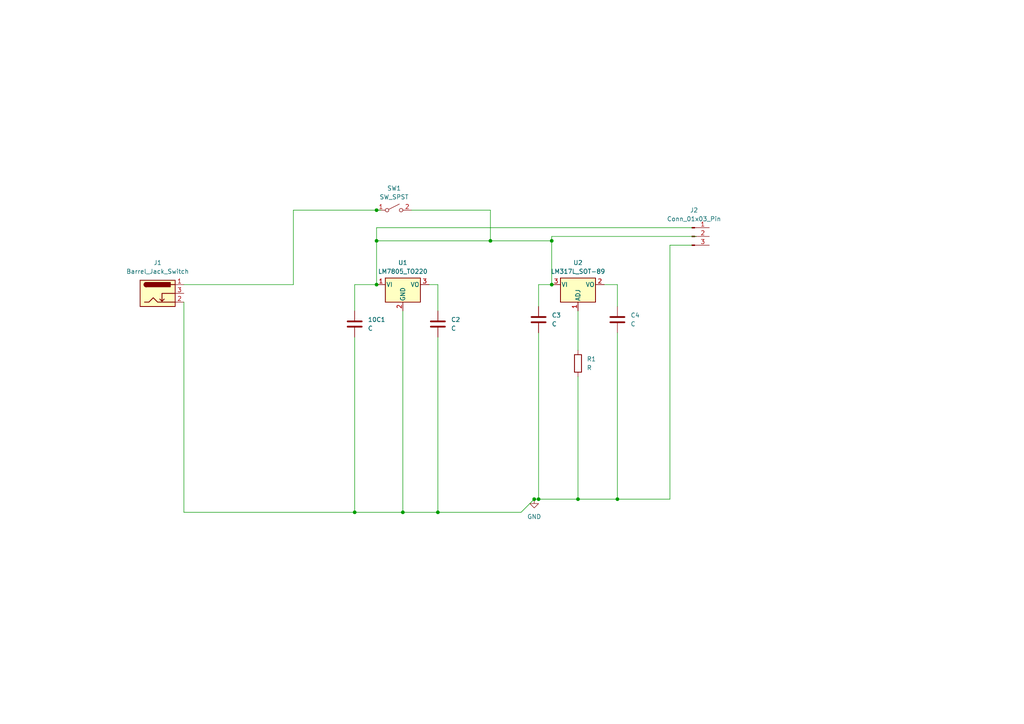
<source format=kicad_sch>
(kicad_sch
	(version 20231120)
	(generator "eeschema")
	(generator_version "8.0")
	(uuid "fe1c18dd-cc2f-4199-b104-3868a5a77902")
	(paper "A4")
	(lib_symbols
		(symbol "Connector:Barrel_Jack_Switch"
			(pin_names hide)
			(exclude_from_sim no)
			(in_bom yes)
			(on_board yes)
			(property "Reference" "J"
				(at 0 5.334 0)
				(effects
					(font
						(size 1.27 1.27)
					)
				)
			)
			(property "Value" "Barrel_Jack_Switch"
				(at 0 -5.08 0)
				(effects
					(font
						(size 1.27 1.27)
					)
				)
			)
			(property "Footprint" ""
				(at 1.27 -1.016 0)
				(effects
					(font
						(size 1.27 1.27)
					)
					(hide yes)
				)
			)
			(property "Datasheet" "~"
				(at 1.27 -1.016 0)
				(effects
					(font
						(size 1.27 1.27)
					)
					(hide yes)
				)
			)
			(property "Description" "DC Barrel Jack with an internal switch"
				(at 0 0 0)
				(effects
					(font
						(size 1.27 1.27)
					)
					(hide yes)
				)
			)
			(property "ki_keywords" "DC power barrel jack connector"
				(at 0 0 0)
				(effects
					(font
						(size 1.27 1.27)
					)
					(hide yes)
				)
			)
			(property "ki_fp_filters" "BarrelJack*"
				(at 0 0 0)
				(effects
					(font
						(size 1.27 1.27)
					)
					(hide yes)
				)
			)
			(symbol "Barrel_Jack_Switch_0_1"
				(rectangle
					(start -5.08 3.81)
					(end 5.08 -3.81)
					(stroke
						(width 0.254)
						(type default)
					)
					(fill
						(type background)
					)
				)
				(arc
					(start -3.302 3.175)
					(mid -3.9343 2.54)
					(end -3.302 1.905)
					(stroke
						(width 0.254)
						(type default)
					)
					(fill
						(type none)
					)
				)
				(arc
					(start -3.302 3.175)
					(mid -3.9343 2.54)
					(end -3.302 1.905)
					(stroke
						(width 0.254)
						(type default)
					)
					(fill
						(type outline)
					)
				)
				(polyline
					(pts
						(xy 1.27 -2.286) (xy 1.905 -1.651)
					)
					(stroke
						(width 0.254)
						(type default)
					)
					(fill
						(type none)
					)
				)
				(polyline
					(pts
						(xy 5.08 2.54) (xy 3.81 2.54)
					)
					(stroke
						(width 0.254)
						(type default)
					)
					(fill
						(type none)
					)
				)
				(polyline
					(pts
						(xy 5.08 0) (xy 1.27 0) (xy 1.27 -2.286) (xy 0.635 -1.651)
					)
					(stroke
						(width 0.254)
						(type default)
					)
					(fill
						(type none)
					)
				)
				(polyline
					(pts
						(xy -3.81 -2.54) (xy -2.54 -2.54) (xy -1.27 -1.27) (xy 0 -2.54) (xy 2.54 -2.54) (xy 5.08 -2.54)
					)
					(stroke
						(width 0.254)
						(type default)
					)
					(fill
						(type none)
					)
				)
				(rectangle
					(start 3.683 3.175)
					(end -3.302 1.905)
					(stroke
						(width 0.254)
						(type default)
					)
					(fill
						(type outline)
					)
				)
			)
			(symbol "Barrel_Jack_Switch_1_1"
				(pin passive line
					(at 7.62 2.54 180)
					(length 2.54)
					(name "~"
						(effects
							(font
								(size 1.27 1.27)
							)
						)
					)
					(number "1"
						(effects
							(font
								(size 1.27 1.27)
							)
						)
					)
				)
				(pin passive line
					(at 7.62 -2.54 180)
					(length 2.54)
					(name "~"
						(effects
							(font
								(size 1.27 1.27)
							)
						)
					)
					(number "2"
						(effects
							(font
								(size 1.27 1.27)
							)
						)
					)
				)
				(pin passive line
					(at 7.62 0 180)
					(length 2.54)
					(name "~"
						(effects
							(font
								(size 1.27 1.27)
							)
						)
					)
					(number "3"
						(effects
							(font
								(size 1.27 1.27)
							)
						)
					)
				)
			)
		)
		(symbol "Connector:Conn_01x03_Pin"
			(pin_names
				(offset 1.016) hide)
			(exclude_from_sim no)
			(in_bom yes)
			(on_board yes)
			(property "Reference" "J"
				(at 0 5.08 0)
				(effects
					(font
						(size 1.27 1.27)
					)
				)
			)
			(property "Value" "Conn_01x03_Pin"
				(at 0 -5.08 0)
				(effects
					(font
						(size 1.27 1.27)
					)
				)
			)
			(property "Footprint" ""
				(at 0 0 0)
				(effects
					(font
						(size 1.27 1.27)
					)
					(hide yes)
				)
			)
			(property "Datasheet" "~"
				(at 0 0 0)
				(effects
					(font
						(size 1.27 1.27)
					)
					(hide yes)
				)
			)
			(property "Description" "Generic connector, single row, 01x03, script generated"
				(at 0 0 0)
				(effects
					(font
						(size 1.27 1.27)
					)
					(hide yes)
				)
			)
			(property "ki_locked" ""
				(at 0 0 0)
				(effects
					(font
						(size 1.27 1.27)
					)
				)
			)
			(property "ki_keywords" "connector"
				(at 0 0 0)
				(effects
					(font
						(size 1.27 1.27)
					)
					(hide yes)
				)
			)
			(property "ki_fp_filters" "Connector*:*_1x??_*"
				(at 0 0 0)
				(effects
					(font
						(size 1.27 1.27)
					)
					(hide yes)
				)
			)
			(symbol "Conn_01x03_Pin_1_1"
				(polyline
					(pts
						(xy 1.27 -2.54) (xy 0.8636 -2.54)
					)
					(stroke
						(width 0.1524)
						(type default)
					)
					(fill
						(type none)
					)
				)
				(polyline
					(pts
						(xy 1.27 0) (xy 0.8636 0)
					)
					(stroke
						(width 0.1524)
						(type default)
					)
					(fill
						(type none)
					)
				)
				(polyline
					(pts
						(xy 1.27 2.54) (xy 0.8636 2.54)
					)
					(stroke
						(width 0.1524)
						(type default)
					)
					(fill
						(type none)
					)
				)
				(rectangle
					(start 0.8636 -2.413)
					(end 0 -2.667)
					(stroke
						(width 0.1524)
						(type default)
					)
					(fill
						(type outline)
					)
				)
				(rectangle
					(start 0.8636 0.127)
					(end 0 -0.127)
					(stroke
						(width 0.1524)
						(type default)
					)
					(fill
						(type outline)
					)
				)
				(rectangle
					(start 0.8636 2.667)
					(end 0 2.413)
					(stroke
						(width 0.1524)
						(type default)
					)
					(fill
						(type outline)
					)
				)
				(pin passive line
					(at 5.08 2.54 180)
					(length 3.81)
					(name "Pin_1"
						(effects
							(font
								(size 1.27 1.27)
							)
						)
					)
					(number "1"
						(effects
							(font
								(size 1.27 1.27)
							)
						)
					)
				)
				(pin passive line
					(at 5.08 0 180)
					(length 3.81)
					(name "Pin_2"
						(effects
							(font
								(size 1.27 1.27)
							)
						)
					)
					(number "2"
						(effects
							(font
								(size 1.27 1.27)
							)
						)
					)
				)
				(pin passive line
					(at 5.08 -2.54 180)
					(length 3.81)
					(name "Pin_3"
						(effects
							(font
								(size 1.27 1.27)
							)
						)
					)
					(number "3"
						(effects
							(font
								(size 1.27 1.27)
							)
						)
					)
				)
			)
		)
		(symbol "Device:C"
			(pin_numbers hide)
			(pin_names
				(offset 0.254)
			)
			(exclude_from_sim no)
			(in_bom yes)
			(on_board yes)
			(property "Reference" "C"
				(at 0.635 2.54 0)
				(effects
					(font
						(size 1.27 1.27)
					)
					(justify left)
				)
			)
			(property "Value" "C"
				(at 0.635 -2.54 0)
				(effects
					(font
						(size 1.27 1.27)
					)
					(justify left)
				)
			)
			(property "Footprint" ""
				(at 0.9652 -3.81 0)
				(effects
					(font
						(size 1.27 1.27)
					)
					(hide yes)
				)
			)
			(property "Datasheet" "~"
				(at 0 0 0)
				(effects
					(font
						(size 1.27 1.27)
					)
					(hide yes)
				)
			)
			(property "Description" "Unpolarized capacitor"
				(at 0 0 0)
				(effects
					(font
						(size 1.27 1.27)
					)
					(hide yes)
				)
			)
			(property "ki_keywords" "cap capacitor"
				(at 0 0 0)
				(effects
					(font
						(size 1.27 1.27)
					)
					(hide yes)
				)
			)
			(property "ki_fp_filters" "C_*"
				(at 0 0 0)
				(effects
					(font
						(size 1.27 1.27)
					)
					(hide yes)
				)
			)
			(symbol "C_0_1"
				(polyline
					(pts
						(xy -2.032 -0.762) (xy 2.032 -0.762)
					)
					(stroke
						(width 0.508)
						(type default)
					)
					(fill
						(type none)
					)
				)
				(polyline
					(pts
						(xy -2.032 0.762) (xy 2.032 0.762)
					)
					(stroke
						(width 0.508)
						(type default)
					)
					(fill
						(type none)
					)
				)
			)
			(symbol "C_1_1"
				(pin passive line
					(at 0 3.81 270)
					(length 2.794)
					(name "~"
						(effects
							(font
								(size 1.27 1.27)
							)
						)
					)
					(number "1"
						(effects
							(font
								(size 1.27 1.27)
							)
						)
					)
				)
				(pin passive line
					(at 0 -3.81 90)
					(length 2.794)
					(name "~"
						(effects
							(font
								(size 1.27 1.27)
							)
						)
					)
					(number "2"
						(effects
							(font
								(size 1.27 1.27)
							)
						)
					)
				)
			)
		)
		(symbol "Device:R"
			(pin_numbers hide)
			(pin_names
				(offset 0)
			)
			(exclude_from_sim no)
			(in_bom yes)
			(on_board yes)
			(property "Reference" "R"
				(at 2.032 0 90)
				(effects
					(font
						(size 1.27 1.27)
					)
				)
			)
			(property "Value" "R"
				(at 0 0 90)
				(effects
					(font
						(size 1.27 1.27)
					)
				)
			)
			(property "Footprint" ""
				(at -1.778 0 90)
				(effects
					(font
						(size 1.27 1.27)
					)
					(hide yes)
				)
			)
			(property "Datasheet" "~"
				(at 0 0 0)
				(effects
					(font
						(size 1.27 1.27)
					)
					(hide yes)
				)
			)
			(property "Description" "Resistor"
				(at 0 0 0)
				(effects
					(font
						(size 1.27 1.27)
					)
					(hide yes)
				)
			)
			(property "ki_keywords" "R res resistor"
				(at 0 0 0)
				(effects
					(font
						(size 1.27 1.27)
					)
					(hide yes)
				)
			)
			(property "ki_fp_filters" "R_*"
				(at 0 0 0)
				(effects
					(font
						(size 1.27 1.27)
					)
					(hide yes)
				)
			)
			(symbol "R_0_1"
				(rectangle
					(start -1.016 -2.54)
					(end 1.016 2.54)
					(stroke
						(width 0.254)
						(type default)
					)
					(fill
						(type none)
					)
				)
			)
			(symbol "R_1_1"
				(pin passive line
					(at 0 3.81 270)
					(length 1.27)
					(name "~"
						(effects
							(font
								(size 1.27 1.27)
							)
						)
					)
					(number "1"
						(effects
							(font
								(size 1.27 1.27)
							)
						)
					)
				)
				(pin passive line
					(at 0 -3.81 90)
					(length 1.27)
					(name "~"
						(effects
							(font
								(size 1.27 1.27)
							)
						)
					)
					(number "2"
						(effects
							(font
								(size 1.27 1.27)
							)
						)
					)
				)
			)
		)
		(symbol "Regulator_Linear:LM317L_SOT-89"
			(pin_names
				(offset 0.254)
			)
			(exclude_from_sim no)
			(in_bom yes)
			(on_board yes)
			(property "Reference" "U"
				(at -3.81 3.175 0)
				(effects
					(font
						(size 1.27 1.27)
					)
				)
			)
			(property "Value" "LM317L_SOT-89"
				(at 0 3.175 0)
				(effects
					(font
						(size 1.27 1.27)
					)
					(justify left)
				)
			)
			(property "Footprint" "Package_TO_SOT_SMD:SOT-89-3"
				(at 0 6.35 0)
				(effects
					(font
						(size 1.27 1.27)
						(italic yes)
					)
					(hide yes)
				)
			)
			(property "Datasheet" "http://www.ti.com/lit/ds/symlink/lm317l.pdf"
				(at 0 0 0)
				(effects
					(font
						(size 1.27 1.27)
					)
					(hide yes)
				)
			)
			(property "Description" "100mA 35V Adjustable Linear Regulator, SOT-89"
				(at 0 0 0)
				(effects
					(font
						(size 1.27 1.27)
					)
					(hide yes)
				)
			)
			(property "ki_keywords" "Adjustable Voltage Regulator 1A Positive"
				(at 0 0 0)
				(effects
					(font
						(size 1.27 1.27)
					)
					(hide yes)
				)
			)
			(property "ki_fp_filters" "SOT?89*"
				(at 0 0 0)
				(effects
					(font
						(size 1.27 1.27)
					)
					(hide yes)
				)
			)
			(symbol "LM317L_SOT-89_0_1"
				(rectangle
					(start -5.08 1.905)
					(end 5.08 -5.08)
					(stroke
						(width 0.254)
						(type default)
					)
					(fill
						(type background)
					)
				)
			)
			(symbol "LM317L_SOT-89_1_1"
				(pin input line
					(at 0 -7.62 90)
					(length 2.54)
					(name "ADJ"
						(effects
							(font
								(size 1.27 1.27)
							)
						)
					)
					(number "1"
						(effects
							(font
								(size 1.27 1.27)
							)
						)
					)
				)
				(pin power_out line
					(at 7.62 0 180)
					(length 2.54)
					(name "VO"
						(effects
							(font
								(size 1.27 1.27)
							)
						)
					)
					(number "2"
						(effects
							(font
								(size 1.27 1.27)
							)
						)
					)
				)
				(pin power_in line
					(at -7.62 0 0)
					(length 2.54)
					(name "VI"
						(effects
							(font
								(size 1.27 1.27)
							)
						)
					)
					(number "3"
						(effects
							(font
								(size 1.27 1.27)
							)
						)
					)
				)
			)
		)
		(symbol "Regulator_Linear:LM7805_TO220"
			(pin_names
				(offset 0.254)
			)
			(exclude_from_sim no)
			(in_bom yes)
			(on_board yes)
			(property "Reference" "U"
				(at -3.81 3.175 0)
				(effects
					(font
						(size 1.27 1.27)
					)
				)
			)
			(property "Value" "LM7805_TO220"
				(at 0 3.175 0)
				(effects
					(font
						(size 1.27 1.27)
					)
					(justify left)
				)
			)
			(property "Footprint" "Package_TO_SOT_THT:TO-220-3_Vertical"
				(at 0 5.715 0)
				(effects
					(font
						(size 1.27 1.27)
						(italic yes)
					)
					(hide yes)
				)
			)
			(property "Datasheet" "https://www.onsemi.cn/PowerSolutions/document/MC7800-D.PDF"
				(at 0 -1.27 0)
				(effects
					(font
						(size 1.27 1.27)
					)
					(hide yes)
				)
			)
			(property "Description" "Positive 1A 35V Linear Regulator, Fixed Output 5V, TO-220"
				(at 0 0 0)
				(effects
					(font
						(size 1.27 1.27)
					)
					(hide yes)
				)
			)
			(property "ki_keywords" "Voltage Regulator 1A Positive"
				(at 0 0 0)
				(effects
					(font
						(size 1.27 1.27)
					)
					(hide yes)
				)
			)
			(property "ki_fp_filters" "TO?220*"
				(at 0 0 0)
				(effects
					(font
						(size 1.27 1.27)
					)
					(hide yes)
				)
			)
			(symbol "LM7805_TO220_0_1"
				(rectangle
					(start -5.08 1.905)
					(end 5.08 -5.08)
					(stroke
						(width 0.254)
						(type default)
					)
					(fill
						(type background)
					)
				)
			)
			(symbol "LM7805_TO220_1_1"
				(pin power_in line
					(at -7.62 0 0)
					(length 2.54)
					(name "VI"
						(effects
							(font
								(size 1.27 1.27)
							)
						)
					)
					(number "1"
						(effects
							(font
								(size 1.27 1.27)
							)
						)
					)
				)
				(pin power_in line
					(at 0 -7.62 90)
					(length 2.54)
					(name "GND"
						(effects
							(font
								(size 1.27 1.27)
							)
						)
					)
					(number "2"
						(effects
							(font
								(size 1.27 1.27)
							)
						)
					)
				)
				(pin power_out line
					(at 7.62 0 180)
					(length 2.54)
					(name "VO"
						(effects
							(font
								(size 1.27 1.27)
							)
						)
					)
					(number "3"
						(effects
							(font
								(size 1.27 1.27)
							)
						)
					)
				)
			)
		)
		(symbol "Switch:SW_SPST"
			(pin_names
				(offset 0) hide)
			(exclude_from_sim no)
			(in_bom yes)
			(on_board yes)
			(property "Reference" "SW"
				(at 0 3.175 0)
				(effects
					(font
						(size 1.27 1.27)
					)
				)
			)
			(property "Value" "SW_SPST"
				(at 0 -2.54 0)
				(effects
					(font
						(size 1.27 1.27)
					)
				)
			)
			(property "Footprint" ""
				(at 0 0 0)
				(effects
					(font
						(size 1.27 1.27)
					)
					(hide yes)
				)
			)
			(property "Datasheet" "~"
				(at 0 0 0)
				(effects
					(font
						(size 1.27 1.27)
					)
					(hide yes)
				)
			)
			(property "Description" "Single Pole Single Throw (SPST) switch"
				(at 0 0 0)
				(effects
					(font
						(size 1.27 1.27)
					)
					(hide yes)
				)
			)
			(property "ki_keywords" "switch lever"
				(at 0 0 0)
				(effects
					(font
						(size 1.27 1.27)
					)
					(hide yes)
				)
			)
			(symbol "SW_SPST_0_0"
				(circle
					(center -2.032 0)
					(radius 0.508)
					(stroke
						(width 0)
						(type default)
					)
					(fill
						(type none)
					)
				)
				(polyline
					(pts
						(xy -1.524 0.254) (xy 1.524 1.778)
					)
					(stroke
						(width 0)
						(type default)
					)
					(fill
						(type none)
					)
				)
				(circle
					(center 2.032 0)
					(radius 0.508)
					(stroke
						(width 0)
						(type default)
					)
					(fill
						(type none)
					)
				)
			)
			(symbol "SW_SPST_1_1"
				(pin passive line
					(at -5.08 0 0)
					(length 2.54)
					(name "A"
						(effects
							(font
								(size 1.27 1.27)
							)
						)
					)
					(number "1"
						(effects
							(font
								(size 1.27 1.27)
							)
						)
					)
				)
				(pin passive line
					(at 5.08 0 180)
					(length 2.54)
					(name "B"
						(effects
							(font
								(size 1.27 1.27)
							)
						)
					)
					(number "2"
						(effects
							(font
								(size 1.27 1.27)
							)
						)
					)
				)
			)
		)
		(symbol "power:GND"
			(power)
			(pin_numbers hide)
			(pin_names
				(offset 0) hide)
			(exclude_from_sim no)
			(in_bom yes)
			(on_board yes)
			(property "Reference" "#PWR"
				(at 0 -6.35 0)
				(effects
					(font
						(size 1.27 1.27)
					)
					(hide yes)
				)
			)
			(property "Value" "GND"
				(at 0 -3.81 0)
				(effects
					(font
						(size 1.27 1.27)
					)
				)
			)
			(property "Footprint" ""
				(at 0 0 0)
				(effects
					(font
						(size 1.27 1.27)
					)
					(hide yes)
				)
			)
			(property "Datasheet" ""
				(at 0 0 0)
				(effects
					(font
						(size 1.27 1.27)
					)
					(hide yes)
				)
			)
			(property "Description" "Power symbol creates a global label with name \"GND\" , ground"
				(at 0 0 0)
				(effects
					(font
						(size 1.27 1.27)
					)
					(hide yes)
				)
			)
			(property "ki_keywords" "global power"
				(at 0 0 0)
				(effects
					(font
						(size 1.27 1.27)
					)
					(hide yes)
				)
			)
			(symbol "GND_0_1"
				(polyline
					(pts
						(xy 0 0) (xy 0 -1.27) (xy 1.27 -1.27) (xy 0 -2.54) (xy -1.27 -1.27) (xy 0 -1.27)
					)
					(stroke
						(width 0)
						(type default)
					)
					(fill
						(type none)
					)
				)
			)
			(symbol "GND_1_1"
				(pin power_in line
					(at 0 0 270)
					(length 0)
					(name "~"
						(effects
							(font
								(size 1.27 1.27)
							)
						)
					)
					(number "1"
						(effects
							(font
								(size 1.27 1.27)
							)
						)
					)
				)
			)
		)
	)
	(junction
		(at 116.84 148.59)
		(diameter 0)
		(color 0 0 0 0)
		(uuid "15442b51-49bc-44be-ab8b-df428e0fdd85")
	)
	(junction
		(at 156.21 144.78)
		(diameter 0)
		(color 0 0 0 0)
		(uuid "168b7903-9f84-4e05-bc1b-ec8e294a4874")
	)
	(junction
		(at 102.87 148.59)
		(diameter 0)
		(color 0 0 0 0)
		(uuid "1b59bd2f-4dae-4377-ac01-6e50c302a0d3")
	)
	(junction
		(at 160.02 69.85)
		(diameter 0)
		(color 0 0 0 0)
		(uuid "2d30a0cd-ac54-4df1-9d3f-d3c3f1f20449")
	)
	(junction
		(at 142.24 69.85)
		(diameter 0)
		(color 0 0 0 0)
		(uuid "456bc3eb-9b61-4b58-925b-a4571b3288ed")
	)
	(junction
		(at 154.94 144.78)
		(diameter 0)
		(color 0 0 0 0)
		(uuid "5e115a0e-279a-40d5-8a05-cf7a8999094c")
	)
	(junction
		(at 167.64 144.78)
		(diameter 0)
		(color 0 0 0 0)
		(uuid "6d6cab06-6414-43bf-85f1-6c59f854d1df")
	)
	(junction
		(at 160.02 82.55)
		(diameter 0)
		(color 0 0 0 0)
		(uuid "763d8095-3d1a-4a07-9458-5113efc906c2")
	)
	(junction
		(at 109.22 60.96)
		(diameter 0)
		(color 0 0 0 0)
		(uuid "a3d28064-271c-4ab2-b366-83678fbe47cd")
	)
	(junction
		(at 109.22 82.55)
		(diameter 0)
		(color 0 0 0 0)
		(uuid "ac3c35c7-7935-4da1-ac77-a4aaf8ae3a28")
	)
	(junction
		(at 179.07 144.78)
		(diameter 0)
		(color 0 0 0 0)
		(uuid "bf687e1f-f2c3-4adf-b335-e5923d3257ae")
	)
	(junction
		(at 109.22 69.85)
		(diameter 0)
		(color 0 0 0 0)
		(uuid "c6f85243-b1e3-4459-964c-851ec7bf9c6f")
	)
	(junction
		(at 127 148.59)
		(diameter 0)
		(color 0 0 0 0)
		(uuid "ffc73331-ad98-4c75-b411-ed15cfc7367f")
	)
	(wire
		(pts
			(xy 85.09 60.96) (xy 85.09 82.55)
		)
		(stroke
			(width 0)
			(type default)
		)
		(uuid "042f3de3-cbbe-4682-b551-ebda4817de02")
	)
	(wire
		(pts
			(xy 116.84 90.17) (xy 116.84 148.59)
		)
		(stroke
			(width 0)
			(type default)
		)
		(uuid "06989c98-59b5-462e-9f5f-7873160a1091")
	)
	(wire
		(pts
			(xy 53.34 87.63) (xy 53.34 148.59)
		)
		(stroke
			(width 0)
			(type default)
		)
		(uuid "20f2b4a4-fc81-4fcb-98d9-ced2e5f0fcc6")
	)
	(wire
		(pts
			(xy 142.24 60.96) (xy 142.24 69.85)
		)
		(stroke
			(width 0)
			(type default)
		)
		(uuid "2cd70bff-ab79-4a0f-9594-33c720515033")
	)
	(wire
		(pts
			(xy 194.31 71.12) (xy 194.31 144.78)
		)
		(stroke
			(width 0)
			(type default)
		)
		(uuid "2e30b5f6-0d3a-4c19-a762-ef59261d8a8a")
	)
	(wire
		(pts
			(xy 200.66 66.04) (xy 109.22 66.04)
		)
		(stroke
			(width 0)
			(type default)
		)
		(uuid "3ba992bd-dc3b-4230-9a11-b506116c4fbc")
	)
	(wire
		(pts
			(xy 127 148.59) (xy 151.13 148.59)
		)
		(stroke
			(width 0)
			(type default)
		)
		(uuid "3dc75882-5418-4e60-8981-146ba5bfc9aa")
	)
	(wire
		(pts
			(xy 156.21 144.78) (xy 154.94 144.78)
		)
		(stroke
			(width 0)
			(type default)
		)
		(uuid "3f5665dd-a9c2-4f69-b897-fe1369324720")
	)
	(wire
		(pts
			(xy 179.07 144.78) (xy 167.64 144.78)
		)
		(stroke
			(width 0)
			(type default)
		)
		(uuid "410daca7-60e4-48ee-9d98-d67ab13b895d")
	)
	(wire
		(pts
			(xy 102.87 97.79) (xy 102.87 148.59)
		)
		(stroke
			(width 0)
			(type default)
		)
		(uuid "54c08199-9832-4c36-b38b-8a35733f3912")
	)
	(wire
		(pts
			(xy 179.07 96.52) (xy 179.07 144.78)
		)
		(stroke
			(width 0)
			(type default)
		)
		(uuid "59e93f58-fb6e-4789-8fe8-43f9e3ed59af")
	)
	(wire
		(pts
			(xy 53.34 82.55) (xy 85.09 82.55)
		)
		(stroke
			(width 0)
			(type default)
		)
		(uuid "5c76bee6-def6-4b06-826f-a03235f661a5")
	)
	(wire
		(pts
			(xy 116.84 148.59) (xy 127 148.59)
		)
		(stroke
			(width 0)
			(type default)
		)
		(uuid "5efb42f8-c278-4d7a-bd86-2df19899d73e")
	)
	(wire
		(pts
			(xy 156.21 96.52) (xy 156.21 144.78)
		)
		(stroke
			(width 0)
			(type default)
		)
		(uuid "65c13c37-6401-4f04-8191-01ad90fd72bd")
	)
	(wire
		(pts
			(xy 160.02 68.58) (xy 160.02 69.85)
		)
		(stroke
			(width 0)
			(type default)
		)
		(uuid "69d5b5e7-9fa8-4b88-a398-8d530f9695c6")
	)
	(wire
		(pts
			(xy 151.13 148.59) (xy 154.94 144.78)
		)
		(stroke
			(width 0)
			(type default)
		)
		(uuid "7c631494-d508-413b-9006-7fc6e32a6d80")
	)
	(wire
		(pts
			(xy 156.21 82.55) (xy 156.21 88.9)
		)
		(stroke
			(width 0)
			(type default)
		)
		(uuid "8056290d-68b6-43f3-8db7-f6ba7d1b530d")
	)
	(wire
		(pts
			(xy 53.34 148.59) (xy 102.87 148.59)
		)
		(stroke
			(width 0)
			(type default)
		)
		(uuid "8dd5b453-f29d-4598-9769-d419860abf57")
	)
	(wire
		(pts
			(xy 175.26 82.55) (xy 179.07 82.55)
		)
		(stroke
			(width 0)
			(type default)
		)
		(uuid "8e92a6f4-51c0-4e8b-ab19-d6b868e66196")
	)
	(wire
		(pts
			(xy 127 82.55) (xy 127 90.17)
		)
		(stroke
			(width 0)
			(type default)
		)
		(uuid "8ef0da6f-cfcb-44c9-9fa9-1184fd5cbaee")
	)
	(wire
		(pts
			(xy 167.64 144.78) (xy 156.21 144.78)
		)
		(stroke
			(width 0)
			(type default)
		)
		(uuid "9052efa6-007e-43bf-8d3d-c558c929a713")
	)
	(wire
		(pts
			(xy 167.64 109.22) (xy 167.64 144.78)
		)
		(stroke
			(width 0)
			(type default)
		)
		(uuid "907f0355-93d8-4635-ae36-f8490d8c17bf")
	)
	(wire
		(pts
			(xy 109.22 66.04) (xy 109.22 69.85)
		)
		(stroke
			(width 0)
			(type default)
		)
		(uuid "99054d0c-c599-4c95-b86a-a9e1c9a8208a")
	)
	(wire
		(pts
			(xy 109.22 60.96) (xy 110.49 60.96)
		)
		(stroke
			(width 0)
			(type default)
		)
		(uuid "9b388495-ed0a-4ec2-a0b2-26028a737017")
	)
	(wire
		(pts
			(xy 102.87 148.59) (xy 116.84 148.59)
		)
		(stroke
			(width 0)
			(type default)
		)
		(uuid "9b4acc8e-f5fb-4483-a6d3-ffe9512d3eb6")
	)
	(wire
		(pts
			(xy 201.93 68.58) (xy 160.02 68.58)
		)
		(stroke
			(width 0)
			(type default)
		)
		(uuid "9c19291b-f43a-4e1a-8735-72a6b1259b43")
	)
	(wire
		(pts
			(xy 142.24 69.85) (xy 160.02 69.85)
		)
		(stroke
			(width 0)
			(type default)
		)
		(uuid "ae077a63-631c-43ef-9052-ec0bf120148f")
	)
	(wire
		(pts
			(xy 102.87 82.55) (xy 102.87 90.17)
		)
		(stroke
			(width 0)
			(type default)
		)
		(uuid "b104548a-e989-4459-8f91-1c7f18897229")
	)
	(wire
		(pts
			(xy 109.22 69.85) (xy 109.22 82.55)
		)
		(stroke
			(width 0)
			(type default)
		)
		(uuid "ba503640-cc0c-4b2d-8b91-36a00b4ccbb2")
	)
	(wire
		(pts
			(xy 109.22 82.55) (xy 102.87 82.55)
		)
		(stroke
			(width 0)
			(type default)
		)
		(uuid "c5ca5e52-8956-4387-a020-ec1f504b4cc4")
	)
	(wire
		(pts
			(xy 167.64 90.17) (xy 167.64 101.6)
		)
		(stroke
			(width 0)
			(type default)
		)
		(uuid "caeee501-0ed6-459d-b515-e3f3f16e99f3")
	)
	(wire
		(pts
			(xy 119.38 60.96) (xy 142.24 60.96)
		)
		(stroke
			(width 0)
			(type default)
		)
		(uuid "cd3c29f0-ff65-4071-b672-a3fbd78587c9")
	)
	(wire
		(pts
			(xy 127 97.79) (xy 127 148.59)
		)
		(stroke
			(width 0)
			(type default)
		)
		(uuid "cf38385f-4127-4584-a573-fa9b97b79f44")
	)
	(wire
		(pts
			(xy 179.07 82.55) (xy 179.07 88.9)
		)
		(stroke
			(width 0)
			(type default)
		)
		(uuid "d379c6cc-98ae-4a67-a116-ce1ef680dc03")
	)
	(wire
		(pts
			(xy 124.46 82.55) (xy 127 82.55)
		)
		(stroke
			(width 0)
			(type default)
		)
		(uuid "da2db8e7-4361-4a0a-8caf-7259b7ce9c56")
	)
	(wire
		(pts
			(xy 160.02 69.85) (xy 160.02 82.55)
		)
		(stroke
			(width 0)
			(type default)
		)
		(uuid "dd4a248f-5601-46c5-a55e-3b27ed1e1463")
	)
	(wire
		(pts
			(xy 200.66 71.12) (xy 194.31 71.12)
		)
		(stroke
			(width 0)
			(type default)
		)
		(uuid "ee8e847f-bf7a-4545-9e7c-fd17be998ad2")
	)
	(wire
		(pts
			(xy 194.31 144.78) (xy 179.07 144.78)
		)
		(stroke
			(width 0)
			(type default)
		)
		(uuid "ef9b2739-c663-4d00-9dc8-acea6d094f24")
	)
	(wire
		(pts
			(xy 142.24 69.85) (xy 109.22 69.85)
		)
		(stroke
			(width 0)
			(type default)
		)
		(uuid "f4b28696-6a3f-4096-bef0-505755a1239d")
	)
	(wire
		(pts
			(xy 85.09 60.96) (xy 109.22 60.96)
		)
		(stroke
			(width 0)
			(type default)
		)
		(uuid "f8696f08-f540-4762-a354-74415b928ccf")
	)
	(wire
		(pts
			(xy 160.02 82.55) (xy 156.21 82.55)
		)
		(stroke
			(width 0)
			(type default)
		)
		(uuid "f9de6bcf-312a-4ed5-98e6-4c0efb4b2544")
	)
	(symbol
		(lib_id "Device:C")
		(at 102.87 93.98 0)
		(unit 1)
		(exclude_from_sim no)
		(in_bom yes)
		(on_board yes)
		(dnp no)
		(fields_autoplaced yes)
		(uuid "1ae6f316-9a25-4799-bc9b-696f17a6e26c")
		(property "Reference" "10C1"
			(at 106.68 92.7099 0)
			(effects
				(font
					(size 1.27 1.27)
				)
				(justify left)
			)
		)
		(property "Value" "C"
			(at 106.68 95.2499 0)
			(effects
				(font
					(size 1.27 1.27)
				)
				(justify left)
			)
		)
		(property "Footprint" "Capacitor_SMD:C_Elec_5x5.4"
			(at 103.8352 97.79 0)
			(effects
				(font
					(size 1.27 1.27)
				)
				(hide yes)
			)
		)
		(property "Datasheet" "~"
			(at 102.87 93.98 0)
			(effects
				(font
					(size 1.27 1.27)
				)
				(hide yes)
			)
		)
		(property "Description" "Unpolarized capacitor"
			(at 102.87 93.98 0)
			(effects
				(font
					(size 1.27 1.27)
				)
				(hide yes)
			)
		)
		(pin "2"
			(uuid "1c5d492a-05e4-4454-b405-3fd574c38e11")
		)
		(pin "1"
			(uuid "60e2ec2e-2053-4895-a324-97df6771ac1e")
		)
		(instances
			(project "lab"
				(path "/fe1c18dd-cc2f-4199-b104-3868a5a77902"
					(reference "10C1")
					(unit 1)
				)
			)
		)
	)
	(symbol
		(lib_id "Switch:SW_SPST")
		(at 114.3 60.96 0)
		(unit 1)
		(exclude_from_sim no)
		(in_bom yes)
		(on_board yes)
		(dnp no)
		(fields_autoplaced yes)
		(uuid "3027066d-13a9-4ccb-bf9e-36ff5225237e")
		(property "Reference" "SW1"
			(at 114.3 54.61 0)
			(effects
				(font
					(size 1.27 1.27)
				)
			)
		)
		(property "Value" "SW_SPST"
			(at 114.3 57.15 0)
			(effects
				(font
					(size 1.27 1.27)
				)
			)
		)
		(property "Footprint" "Button_Switch_SMD:Panasonic_EVQPUK_EVQPUB"
			(at 114.3 60.96 0)
			(effects
				(font
					(size 1.27 1.27)
				)
				(hide yes)
			)
		)
		(property "Datasheet" "~"
			(at 114.3 60.96 0)
			(effects
				(font
					(size 1.27 1.27)
				)
				(hide yes)
			)
		)
		(property "Description" "Single Pole Single Throw (SPST) switch"
			(at 114.3 60.96 0)
			(effects
				(font
					(size 1.27 1.27)
				)
				(hide yes)
			)
		)
		(pin "1"
			(uuid "be576f31-efe6-42e9-8707-c4c1ecb125ee")
		)
		(pin "2"
			(uuid "f603c33d-ecb8-42fa-9156-66c6e4904ef6")
		)
		(instances
			(project "lab"
				(path "/fe1c18dd-cc2f-4199-b104-3868a5a77902"
					(reference "SW1")
					(unit 1)
				)
			)
		)
	)
	(symbol
		(lib_id "Connector:Barrel_Jack_Switch")
		(at 45.72 85.09 0)
		(unit 1)
		(exclude_from_sim no)
		(in_bom yes)
		(on_board yes)
		(dnp no)
		(fields_autoplaced yes)
		(uuid "41d3a7ec-daa8-47ab-bdf8-144405822044")
		(property "Reference" "J1"
			(at 45.72 76.2 0)
			(effects
				(font
					(size 1.27 1.27)
				)
			)
		)
		(property "Value" "Barrel_Jack_Switch"
			(at 45.72 78.74 0)
			(effects
				(font
					(size 1.27 1.27)
				)
			)
		)
		(property "Footprint" "Connector_Wuerth:Wuerth_WR-WTB_64800411622_1x04_P1.50mm_Vertical"
			(at 46.99 86.106 0)
			(effects
				(font
					(size 1.27 1.27)
				)
				(hide yes)
			)
		)
		(property "Datasheet" "~"
			(at 46.99 86.106 0)
			(effects
				(font
					(size 1.27 1.27)
				)
				(hide yes)
			)
		)
		(property "Description" "DC Barrel Jack with an internal switch"
			(at 45.72 85.09 0)
			(effects
				(font
					(size 1.27 1.27)
				)
				(hide yes)
			)
		)
		(pin "3"
			(uuid "bc89b6b2-7d03-4d25-974c-1e5e79d370fe")
		)
		(pin "1"
			(uuid "eef39670-e350-44a5-9710-6b91c0cb02d2")
		)
		(pin "2"
			(uuid "4b6a2362-efd3-4ea7-82cb-c3ad5c74fe7e")
		)
		(instances
			(project "lab"
				(path "/fe1c18dd-cc2f-4199-b104-3868a5a77902"
					(reference "J1")
					(unit 1)
				)
			)
		)
	)
	(symbol
		(lib_id "Device:R")
		(at 167.64 105.41 0)
		(unit 1)
		(exclude_from_sim no)
		(in_bom yes)
		(on_board yes)
		(dnp no)
		(fields_autoplaced yes)
		(uuid "4bc0c6c9-d3ab-4bfd-b672-16208be782b0")
		(property "Reference" "R1"
			(at 170.18 104.1399 0)
			(effects
				(font
					(size 1.27 1.27)
				)
				(justify left)
			)
		)
		(property "Value" "R"
			(at 170.18 106.6799 0)
			(effects
				(font
					(size 1.27 1.27)
				)
				(justify left)
			)
		)
		(property "Footprint" "Resistor_THT:R_Array_SIP6"
			(at 165.862 105.41 90)
			(effects
				(font
					(size 1.27 1.27)
				)
				(hide yes)
			)
		)
		(property "Datasheet" "~"
			(at 167.64 105.41 0)
			(effects
				(font
					(size 1.27 1.27)
				)
				(hide yes)
			)
		)
		(property "Description" "Resistor"
			(at 167.64 105.41 0)
			(effects
				(font
					(size 1.27 1.27)
				)
				(hide yes)
			)
		)
		(pin "1"
			(uuid "35835b31-3a52-40b1-b2d0-3ce821d65563")
		)
		(pin "2"
			(uuid "1d5d28b6-8b4b-456d-a537-9d2f9f9baefa")
		)
		(instances
			(project "lab"
				(path "/fe1c18dd-cc2f-4199-b104-3868a5a77902"
					(reference "R1")
					(unit 1)
				)
			)
		)
	)
	(symbol
		(lib_id "Regulator_Linear:LM317L_SOT-89")
		(at 167.64 82.55 0)
		(unit 1)
		(exclude_from_sim no)
		(in_bom yes)
		(on_board yes)
		(dnp no)
		(fields_autoplaced yes)
		(uuid "4cf62945-e537-460c-8f45-27f8a67dacdb")
		(property "Reference" "U2"
			(at 167.64 76.2 0)
			(effects
				(font
					(size 1.27 1.27)
				)
			)
		)
		(property "Value" "LM317L_SOT-89"
			(at 167.64 78.74 0)
			(effects
				(font
					(size 1.27 1.27)
				)
			)
		)
		(property "Footprint" "Package_TO_SOT_SMD:SOT-89-3"
			(at 167.64 76.2 0)
			(effects
				(font
					(size 1.27 1.27)
					(italic yes)
				)
				(hide yes)
			)
		)
		(property "Datasheet" "http://www.ti.com/lit/ds/symlink/lm317l.pdf"
			(at 167.64 82.55 0)
			(effects
				(font
					(size 1.27 1.27)
				)
				(hide yes)
			)
		)
		(property "Description" "100mA 35V Adjustable Linear Regulator, SOT-89"
			(at 167.64 82.55 0)
			(effects
				(font
					(size 1.27 1.27)
				)
				(hide yes)
			)
		)
		(pin "1"
			(uuid "e95cb01d-b1b7-4507-b360-6077ff0af7b4")
		)
		(pin "2"
			(uuid "7cd8448a-c6a3-43d2-8f59-195c6a6f892b")
		)
		(pin "3"
			(uuid "c181a4ba-091e-4498-89a1-258e49e89039")
		)
		(instances
			(project "lab"
				(path "/fe1c18dd-cc2f-4199-b104-3868a5a77902"
					(reference "U2")
					(unit 1)
				)
			)
		)
	)
	(symbol
		(lib_id "Device:C")
		(at 156.21 92.71 0)
		(unit 1)
		(exclude_from_sim no)
		(in_bom yes)
		(on_board yes)
		(dnp no)
		(fields_autoplaced yes)
		(uuid "b7614514-e2f5-4be5-b286-a9d41290e000")
		(property "Reference" "C3"
			(at 160.02 91.4399 0)
			(effects
				(font
					(size 1.27 1.27)
				)
				(justify left)
			)
		)
		(property "Value" "C"
			(at 160.02 93.9799 0)
			(effects
				(font
					(size 1.27 1.27)
				)
				(justify left)
			)
		)
		(property "Footprint" "Capacitor_SMD:C_Elec_4x5.8"
			(at 157.1752 96.52 0)
			(effects
				(font
					(size 1.27 1.27)
				)
				(hide yes)
			)
		)
		(property "Datasheet" "~"
			(at 156.21 92.71 0)
			(effects
				(font
					(size 1.27 1.27)
				)
				(hide yes)
			)
		)
		(property "Description" "Unpolarized capacitor"
			(at 156.21 92.71 0)
			(effects
				(font
					(size 1.27 1.27)
				)
				(hide yes)
			)
		)
		(pin "2"
			(uuid "7734aac9-d490-4a59-a2ea-ef07ad8ee549")
		)
		(pin "1"
			(uuid "20624862-0561-4c8a-a6fc-d4073c881f8b")
		)
		(instances
			(project "lab"
				(path "/fe1c18dd-cc2f-4199-b104-3868a5a77902"
					(reference "C3")
					(unit 1)
				)
			)
		)
	)
	(symbol
		(lib_id "Connector:Conn_01x03_Pin")
		(at 200.66 68.58 0)
		(unit 1)
		(exclude_from_sim no)
		(in_bom yes)
		(on_board yes)
		(dnp no)
		(fields_autoplaced yes)
		(uuid "bd652f21-057f-4c23-892e-9675803fdf62")
		(property "Reference" "J2"
			(at 201.295 60.96 0)
			(effects
				(font
					(size 1.27 1.27)
				)
			)
		)
		(property "Value" "Conn_01x03_Pin"
			(at 201.295 63.5 0)
			(effects
				(font
					(size 1.27 1.27)
				)
			)
		)
		(property "Footprint" "Connector_Wuerth:Wuerth_WR-WTB_64800511622_1x05_P1.50mm_Vertical"
			(at 200.66 68.58 0)
			(effects
				(font
					(size 1.27 1.27)
				)
				(hide yes)
			)
		)
		(property "Datasheet" "~"
			(at 200.66 68.58 0)
			(effects
				(font
					(size 1.27 1.27)
				)
				(hide yes)
			)
		)
		(property "Description" "Generic connector, single row, 01x03, script generated"
			(at 200.66 68.58 0)
			(effects
				(font
					(size 1.27 1.27)
				)
				(hide yes)
			)
		)
		(pin "2"
			(uuid "f9e51eed-1b7c-4ef9-b11c-d0451950aaef")
		)
		(pin "1"
			(uuid "5fa5a2d1-9e48-4681-a6ae-ea1d05396d94")
		)
		(pin "3"
			(uuid "5c225fae-d9d0-4534-bd26-6c0812d5d476")
		)
		(instances
			(project "lab"
				(path "/fe1c18dd-cc2f-4199-b104-3868a5a77902"
					(reference "J2")
					(unit 1)
				)
			)
		)
	)
	(symbol
		(lib_id "Device:C")
		(at 179.07 92.71 0)
		(unit 1)
		(exclude_from_sim no)
		(in_bom yes)
		(on_board yes)
		(dnp no)
		(fields_autoplaced yes)
		(uuid "d898ad78-c3a3-470a-8881-d08e464ce9ad")
		(property "Reference" "C4"
			(at 182.88 91.4399 0)
			(effects
				(font
					(size 1.27 1.27)
				)
				(justify left)
			)
		)
		(property "Value" "C"
			(at 182.88 93.9799 0)
			(effects
				(font
					(size 1.27 1.27)
				)
				(justify left)
			)
		)
		(property "Footprint" "Capacitor_SMD:C_Elec_8x6.2"
			(at 180.0352 96.52 0)
			(effects
				(font
					(size 1.27 1.27)
				)
				(hide yes)
			)
		)
		(property "Datasheet" "~"
			(at 179.07 92.71 0)
			(effects
				(font
					(size 1.27 1.27)
				)
				(hide yes)
			)
		)
		(property "Description" "Unpolarized capacitor"
			(at 179.07 92.71 0)
			(effects
				(font
					(size 1.27 1.27)
				)
				(hide yes)
			)
		)
		(pin "2"
			(uuid "38a62a4b-1426-4481-a075-4b21401c385d")
		)
		(pin "1"
			(uuid "e06e316a-74cf-4d89-abfa-ff986509691f")
		)
		(instances
			(project "lab"
				(path "/fe1c18dd-cc2f-4199-b104-3868a5a77902"
					(reference "C4")
					(unit 1)
				)
			)
		)
	)
	(symbol
		(lib_id "Regulator_Linear:LM7805_TO220")
		(at 116.84 82.55 0)
		(unit 1)
		(exclude_from_sim no)
		(in_bom yes)
		(on_board yes)
		(dnp no)
		(fields_autoplaced yes)
		(uuid "e1961147-96ff-4f5f-9fcc-b5143b780841")
		(property "Reference" "U1"
			(at 116.84 76.2 0)
			(effects
				(font
					(size 1.27 1.27)
				)
			)
		)
		(property "Value" "LM7805_TO220"
			(at 116.84 78.74 0)
			(effects
				(font
					(size 1.27 1.27)
				)
			)
		)
		(property "Footprint" "Package_TO_SOT_THT:TO-220-3_Vertical"
			(at 116.84 76.835 0)
			(effects
				(font
					(size 1.27 1.27)
					(italic yes)
				)
				(hide yes)
			)
		)
		(property "Datasheet" "https://www.onsemi.cn/PowerSolutions/document/MC7800-D.PDF"
			(at 116.84 83.82 0)
			(effects
				(font
					(size 1.27 1.27)
				)
				(hide yes)
			)
		)
		(property "Description" "Positive 1A 35V Linear Regulator, Fixed Output 5V, TO-220"
			(at 116.84 82.55 0)
			(effects
				(font
					(size 1.27 1.27)
				)
				(hide yes)
			)
		)
		(pin "3"
			(uuid "e3360178-0dc0-42c4-a1f1-6fc44b0379f9")
		)
		(pin "2"
			(uuid "ccd9e2d6-eef2-4166-9dcd-41142375819a")
		)
		(pin "1"
			(uuid "34164403-c5d4-4ba7-a11b-d4de2881b071")
		)
		(instances
			(project "lab"
				(path "/fe1c18dd-cc2f-4199-b104-3868a5a77902"
					(reference "U1")
					(unit 1)
				)
			)
		)
	)
	(symbol
		(lib_id "power:GND")
		(at 154.94 144.78 0)
		(unit 1)
		(exclude_from_sim no)
		(in_bom yes)
		(on_board yes)
		(dnp no)
		(fields_autoplaced yes)
		(uuid "f1315f9e-5d09-4b50-8bd7-e22632a100f9")
		(property "Reference" "#PWR01"
			(at 154.94 151.13 0)
			(effects
				(font
					(size 1.27 1.27)
				)
				(hide yes)
			)
		)
		(property "Value" "GND"
			(at 154.94 149.86 0)
			(effects
				(font
					(size 1.27 1.27)
				)
			)
		)
		(property "Footprint" ""
			(at 154.94 144.78 0)
			(effects
				(font
					(size 1.27 1.27)
				)
				(hide yes)
			)
		)
		(property "Datasheet" ""
			(at 154.94 144.78 0)
			(effects
				(font
					(size 1.27 1.27)
				)
				(hide yes)
			)
		)
		(property "Description" "Power symbol creates a global label with name \"GND\" , ground"
			(at 154.94 144.78 0)
			(effects
				(font
					(size 1.27 1.27)
				)
				(hide yes)
			)
		)
		(pin "1"
			(uuid "cdaedfd2-02b0-45a7-9cc2-cd6b77b4aa21")
		)
		(instances
			(project "lab"
				(path "/fe1c18dd-cc2f-4199-b104-3868a5a77902"
					(reference "#PWR01")
					(unit 1)
				)
			)
		)
	)
	(symbol
		(lib_id "Device:C")
		(at 127 93.98 0)
		(unit 1)
		(exclude_from_sim no)
		(in_bom yes)
		(on_board yes)
		(dnp no)
		(fields_autoplaced yes)
		(uuid "f6ca0c63-c379-4036-a423-ded6682d2e9a")
		(property "Reference" "C2"
			(at 130.81 92.7099 0)
			(effects
				(font
					(size 1.27 1.27)
				)
				(justify left)
			)
		)
		(property "Value" "C"
			(at 130.81 95.2499 0)
			(effects
				(font
					(size 1.27 1.27)
				)
				(justify left)
			)
		)
		(property "Footprint" "Capacitor_SMD:C_Elec_5x5.8"
			(at 127.9652 97.79 0)
			(effects
				(font
					(size 1.27 1.27)
				)
				(hide yes)
			)
		)
		(property "Datasheet" "~"
			(at 127 93.98 0)
			(effects
				(font
					(size 1.27 1.27)
				)
				(hide yes)
			)
		)
		(property "Description" "Unpolarized capacitor"
			(at 127 93.98 0)
			(effects
				(font
					(size 1.27 1.27)
				)
				(hide yes)
			)
		)
		(pin "2"
			(uuid "097f9090-e286-4a4b-ae6c-beae68020e4a")
		)
		(pin "1"
			(uuid "b2d74e83-4c29-40a9-b88b-d00ad6ef3374")
		)
		(instances
			(project "lab"
				(path "/fe1c18dd-cc2f-4199-b104-3868a5a77902"
					(reference "C2")
					(unit 1)
				)
			)
		)
	)
	(sheet_instances
		(path "/"
			(page "1")
		)
	)
)

</source>
